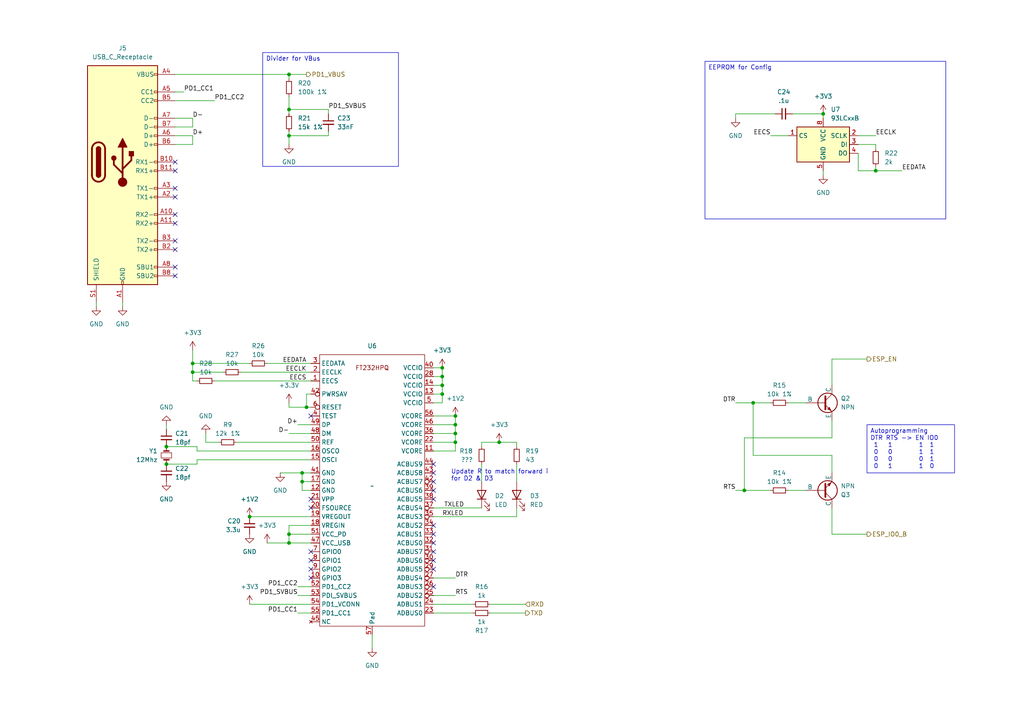
<source format=kicad_sch>
(kicad_sch (version 20230121) (generator eeschema)
  (paper "A4")
  (lib_symbols
    (symbol "Connector:USB_C_Receptacle" (pin_names (offset 1.016))
      (property "Reference" "J" (at -10.16 29.21 0))
      (property "Value" "USB_C_Receptacle" (at 10.16 29.21 0))
      (symbol "USB_C_Receptacle_0_0"
        (rectangle (start -0.254 -35.56) (end 0.254 -34.544))
        (rectangle (start 10.16 -32.766) (end 9.144 -33.274))
        (rectangle (start 10.16 -30.226) (end 9.144 -30.734))
        (rectangle (start 10.16 -25.146) (end 9.144 -25.654))
        (rectangle (start 10.16 -22.606) (end 9.144 -23.114))
        (rectangle (start 10.16 -17.526) (end 9.144 -18.034))
        (rectangle (start 10.16 -14.986) (end 9.144 -15.494))
        (rectangle (start 10.16 -9.906) (end 9.144 -10.414))
        (rectangle (start 10.16 -7.366) (end 9.144 -7.874))
        (rectangle (start 10.16 -2.286) (end 9.144 -2.794))
        (rectangle (start 10.16 0.254) (end 9.144 -0.254))
        (rectangle (start 10.16 5.334) (end 9.144 4.826))
        (rectangle (start 10.16 7.874) (end 9.144 7.366))
        (rectangle (start 10.16 10.414) (end 9.144 9.906))
        (rectangle (start 10.16 12.954) (end 9.144 12.446))
        (rectangle (start 10.16 18.034) (end 9.144 17.526))
        (rectangle (start 10.16 20.574) (end 9.144 20.066))
        (rectangle (start 10.16 25.654) (end 9.144 25.146))
      )
      (symbol "USB_C_Receptacle_0_1"
        (rectangle (start -10.16 27.94) (end 10.16 -35.56) (stroke (width 0.254)) (fill (type background)))
        (arc (start -8.89 -3.81) (mid -6.985 -5.7067) (end -5.08 -3.81) (stroke (width 0.508)))
        (arc (start -7.62 -3.81) (mid -6.985 -4.4423) (end -6.35 -3.81) (stroke (width 0.254)))
        (arc (start -7.62 -3.81) (mid -6.985 -4.4423) (end -6.35 -3.81) (stroke (width 0.254)) (fill (type outline)))
        (rectangle (start -7.62 -3.81) (end -6.35 3.81) (stroke (width 0.254)) (fill (type outline)))
        (arc (start -6.35 3.81) (mid -6.985 4.4423) (end -7.62 3.81) (stroke (width 0.254)))
        (arc (start -6.35 3.81) (mid -6.985 4.4423) (end -7.62 3.81) (stroke (width 0.254)) (fill (type outline)))
        (arc (start -5.08 3.81) (mid -6.985 5.7067) (end -8.89 3.81) (stroke (width 0.508)))
        (polyline (pts (xy -8.89 -3.81) (xy -8.89 3.81)) (stroke (width 0.508)))
        (polyline (pts (xy -5.08 3.81) (xy -5.08 -3.81)) (stroke (width 0.508)))
      )
      (symbol "USB_C_Receptacle_1_1"
        (circle (center -2.54 1.143) (radius 0.635) (stroke (width 0.254)) (fill (type outline)))
        (circle (center 0 -5.842) (radius 1.27) (fill (type outline)))
        (polyline (pts (xy 0 -5.842) (xy 0 4.318)) (stroke (width 0.508)))
        (polyline (pts (xy 0 -3.302) (xy -2.54 -0.762) (xy -2.54 0.508)) (stroke (width 0.508)))
        (polyline (pts (xy 0 -2.032) (xy 2.54 0.508) (xy 2.54 1.778)) (stroke (width 0.508)))
        (polyline (pts (xy -1.27 4.318) (xy 0 6.858) (xy 1.27 4.318) (xy -1.27 4.318)) (stroke (width 0.254)) (fill (type outline)))
        (rectangle (start 1.905 1.778) (end 3.175 3.048) (stroke (width 0.254)) (fill (type outline)))
        (pin passive line (at 0 -40.64 90) (length 5.08) (name "GND") (number "A1"))
        (pin bidirectional line (at 15.24 -15.24 180) (length 5.08) (name "RX2-") (number "A10"))
        (pin bidirectional line (at 15.24 -17.78 180) (length 5.08) (name "RX2+") (number "A11"))
        (pin passive line (at 0 -40.64 90) (length 5.08) hide (name "GND") (number "A12"))
        (pin bidirectional line (at 15.24 -10.16 180) (length 5.08) (name "TX1+") (number "A2"))
        (pin bidirectional line (at 15.24 -7.62 180) (length 5.08) (name "TX1-") (number "A3"))
        (pin passive line (at 15.24 25.4 180) (length 5.08) (name "VBUS") (number "A4"))
        (pin bidirectional line (at 15.24 20.32 180) (length 5.08) (name "CC1") (number "A5"))
        (pin bidirectional line (at 15.24 7.62 180) (length 5.08) (name "D+") (number "A6"))
        (pin bidirectional line (at 15.24 12.7 180) (length 5.08) (name "D-") (number "A7"))
        (pin bidirectional line (at 15.24 -30.48 180) (length 5.08) (name "SBU1") (number "A8"))
        (pin passive line (at 15.24 25.4 180) (length 5.08) hide (name "VBUS") (number "A9"))
        (pin passive line (at 0 -40.64 90) (length 5.08) hide (name "GND") (number "B1"))
        (pin bidirectional line (at 15.24 0 180) (length 5.08) (name "RX1-") (number "B10"))
        (pin bidirectional line (at 15.24 -2.54 180) (length 5.08) (name "RX1+") (number "B11"))
        (pin passive line (at 0 -40.64 90) (length 5.08) hide (name "GND") (number "B12"))
        (pin bidirectional line (at 15.24 -25.4 180) (length 5.08) (name "TX2+") (number "B2"))
        (pin bidirectional line (at 15.24 -22.86 180) (length 5.08) (name "TX2-") (number "B3"))
        (pin passive line (at 15.24 25.4 180) (length 5.08) hide (name "VBUS") (number "B4"))
        (pin bidirectional line (at 15.24 17.78 180) (length 5.08) (name "CC2") (number "B5"))
        (pin bidirectional line (at 15.24 5.08 180) (length 5.08) (name "D+") (number "B6"))
        (pin bidirectional line (at 15.24 10.16 180) (length 5.08) (name "D-") (number "B7"))
        (pin bidirectional line (at 15.24 -33.02 180) (length 5.08) (name "SBU2") (number "B8"))
        (pin passive line (at 15.24 25.4 180) (length 5.08) hide (name "VBUS") (number "B9"))
        (pin passive line (at -7.62 -40.64 90) (length 5.08) (name "SHIELD") (number "S1"))
      )
    )
    (symbol "Device:C_Small" (pin_numbers hide) (pin_names (offset 0.254) hide)
      (property "Reference" "C" (at 0.254 1.778 0))
      (property "Value" "C_Small" (at 0.254 -2.032 0))
      (symbol "C_Small_0_1"
        (polyline (pts (xy -1.524 -0.508) (xy 1.524 -0.508)) (stroke (width 0.3302)))
        (polyline (pts (xy -1.524 0.508) (xy 1.524 0.508)) (stroke (width 0.3048)))
      )
      (symbol "C_Small_1_1"
        (pin passive line (at 0 2.54 270) (length 2.032) (name "~") (number "1"))
        (pin passive line (at 0 -2.54 90) (length 2.032) (name "~") (number "2"))
      )
    )
    (symbol "Device:Crystal_Small" (pin_numbers hide) (pin_names (offset 1.016) hide)
      (property "Reference" "Y" (at 0 2.54 0))
      (property "Value" "Crystal_Small" (at 0 -2.54 0))
      (symbol "Crystal_Small_0_1"
        (rectangle (start -0.762 -1.524) (end 0.762 1.524))
        (polyline (pts (xy -1.27 -0.762) (xy -1.27 0.762)) (stroke (width 0.381)))
        (polyline (pts (xy 1.27 -0.762) (xy 1.27 0.762)) (stroke (width 0.381)))
      )
      (symbol "Crystal_Small_1_1"
        (pin passive line (at -2.54 0 0) (length 1.27) (name "1") (number "1"))
        (pin passive line (at 2.54 0 180) (length 1.27) (name "2") (number "2"))
      )
    )
    (symbol "Device:LED" (pin_numbers hide) (pin_names (offset 1.016) hide)
      (property "Reference" "D" (at 0 2.54 0))
      (property "Value" "LED" (at 0 -2.54 0))
      (symbol "LED_0_1"
        (polyline (pts (xy -1.27 -1.27) (xy -1.27 1.27)) (stroke (width 0.254)))
        (polyline (pts (xy -1.27 0) (xy 1.27 0)))
        (polyline (pts (xy 1.27 -1.27) (xy 1.27 1.27) (xy -1.27 0) (xy 1.27 -1.27)) (stroke (width 0.254)))
        (polyline (pts (xy -3.048 -0.762) (xy -4.572 -2.286) (xy -3.81 -2.286) (xy -4.572 -2.286) (xy -4.572 -1.524)))
        (polyline (pts (xy -1.778 -0.762) (xy -3.302 -2.286) (xy -2.54 -2.286) (xy -3.302 -2.286) (xy -3.302 -1.524)))
      )
      (symbol "LED_1_1"
        (pin passive line (at -3.81 0 0) (length 2.54) (name "K") (number "1"))
        (pin passive line (at 3.81 0 180) (length 2.54) (name "A") (number "2"))
      )
    )
    (symbol "Device:R_Small" (pin_numbers hide) (pin_names (offset 0.254) hide)
      (property "Reference" "R" (at 0.762 0.508 0))
      (property "Value" "R_Small" (at 0.762 -1.016 0))
      (symbol "R_Small_0_1"
        (rectangle (start -0.762 1.778) (end 0.762 -1.778) (stroke (width 0.2032)))
      )
      (symbol "R_Small_1_1"
        (pin passive line (at 0 2.54 270) (length 0.762) (name "~") (number "1"))
        (pin passive line (at 0 -2.54 90) (length 0.762) (name "~") (number "2"))
      )
    )
    (symbol "Memory_EEPROM:93LCxxB"
      (property "Reference" "U" (at -7.62 6.35 0))
      (property "Value" "93LCxxB" (at 2.54 -6.35 0))
      (symbol "93LCxxB_1_1"
        (rectangle (start -7.62 5.08) (end 7.62 -5.08) (stroke (width 0.254)) (fill (type background)))
        (pin input line (at -10.16 2.54 0) (length 2.54) (name "CS") (number "1"))
        (pin input line (at 10.16 2.54 180) (length 2.54) (name "SCLK") (number "2"))
        (pin input line (at 10.16 0 180) (length 2.54) (name "DI") (number "3"))
        (pin tri_state line (at 10.16 -2.54 180) (length 2.54) (name "DO") (number "4"))
        (pin power_in line (at 0 -7.62 90) (length 2.54) (name "GND") (number "5"))
        (pin no_connect line (at -7.62 0 0) (length 2.54) hide (name "NC") (number "6"))
        (pin no_connect line (at -7.62 -2.54 0) (length 2.54) hide (name "NC") (number "7"))
        (pin power_in line (at 0 7.62 270) (length 2.54) (name "VCC") (number "8"))
      )
    )
    (symbol "OSMI-parts:FT232HPQ"
      (property "Reference" "U" (at 0 1.27 0))
      (property "Order-Link" "https://www.digikey.com/en/products/detail/ftdi-future-technology-devices-international-ltd/FT232HPQ-TRAY/13981014" (at 0 -1.27 0))
      (symbol "FT232HPQ_1_1"
        (rectangle (start -15.24 39.37) (end 15.24 -39.37))
        (text "FT232HPQ" (at 0 35.56 0) (effects (font (size 1.27 1.27))))
        (pin tri_state line (at -17.78 31.75 0) (length 2.54) (name "EECS") (number "1"))
        (pin bidirectional line (at -17.78 -25.4 0) (length 2.54) (name "GPIO3") (number "10"))
        (pin power_in line (at 17.78 11.43 180) (length 2.54) (name "VCORE") (number "11"))
        (pin power_in line (at -17.78 0 0) (length 2.54) (name "GND") (number "12"))
        (pin power_in line (at 17.78 27.94 180) (length 2.54) (name "VCCIO") (number "13"))
        (pin power_in line (at 17.78 30.48 180) (length 2.54) (name "VCCIO") (number "14"))
        (pin input line (at -17.78 8.89 0) (length 2.54) (name "OSCI") (number "15"))
        (pin output line (at -17.78 11.43 0) (length 2.54) (name "OSCO") (number "16"))
        (pin power_in line (at -17.78 2.54 0) (length 2.54) (name "GND") (number "17"))
        (pin power_in line (at -17.78 -10.16 0) (length 2.54) (name "VREGIN") (number "18"))
        (pin power_out line (at -17.78 -7.62 0) (length 2.54) (name "VREGOUT") (number "19"))
        (pin output line (at -17.78 34.29 0) (length 2.54) (name "EECLK") (number "2"))
        (pin power_in line (at -17.78 -5.08 0) (length 2.54) (name "FSOURCE") (number "20"))
        (pin power_in line (at -17.78 -2.54 0) (length 2.54) (name "VPP") (number "21"))
        (pin power_in line (at 17.78 13.97 180) (length 2.54) (name "VCORE") (number "22"))
        (pin output line (at 17.78 -35.56 180) (length 2.54) (name "ADBUS0") (number "23"))
        (pin input line (at 17.78 -33.02 180) (length 2.54) (name "ADBUS1") (number "24"))
        (pin output inverted (at 17.78 -30.48 180) (length 2.54) (name "ADBUS2") (number "25"))
        (pin output inverted (at 17.78 -27.94 180) (length 2.54) (name "ADBUS3") (number "26"))
        (pin output inverted (at 17.78 -25.4 180) (length 2.54) (name "ADBUS4") (number "27"))
        (pin power_in line (at 17.78 33.02 180) (length 2.54) (name "VCCIO") (number "28"))
        (pin output inverted (at 17.78 -22.86 180) (length 2.54) (name "ADBUS5") (number "29"))
        (pin bidirectional line (at -17.78 36.83 0) (length 2.54) (name "EEDATA") (number "3"))
        (pin output inverted (at 17.78 -20.32 180) (length 2.54) (name "ADBUS6") (number "30"))
        (pin output inverted (at 17.78 -17.78 180) (length 2.54) (name "ADBUS7") (number "31"))
        (pin output line (at 17.78 -15.24 180) (length 2.54) (name "ACBUS0") (number "32"))
        (pin bidirectional line (at 17.78 -12.7 180) (length 2.54) (name "ACBUS1") (number "33"))
        (pin bidirectional line (at 17.78 -10.16 180) (length 2.54) (name "ACBUS2") (number "34"))
        (pin output inverted (at 17.78 -7.62 180) (length 2.54) (name "ACBUS3") (number "35"))
        (pin power_in line (at 17.78 16.51 180) (length 2.54) (name "VCORE") (number "36"))
        (pin output inverted (at 17.78 -5.08 180) (length 2.54) (name "ACBUS4") (number "37"))
        (pin bidirectional line (at 17.78 -2.54 180) (length 2.54) (name "ACBUS5") (number "38"))
        (pin bidirectional line (at 17.78 0 180) (length 2.54) (name "ACBUS6") (number "39"))
        (pin input line (at -17.78 21.59 0) (length 2.54) (name "TEST") (number "4"))
        (pin power_in line (at 17.78 35.56 180) (length 2.54) (name "VCCIO") (number "40"))
        (pin power_in line (at -17.78 5.08 0) (length 2.54) (name "GND") (number "41"))
        (pin bidirectional inverted (at 17.78 2.54 180) (length 2.54) (name "ACBUS7") (number "42"))
        (pin input inverted (at -17.78 27.94 0) (length 2.54) (name "PWRSAV") (number "42"))
        (pin bidirectional line (at 17.78 5.08 180) (length 2.54) (name "ACBUS8") (number "43"))
        (pin bidirectional line (at 17.78 7.62 180) (length 2.54) (name "ACBUS9") (number "44"))
        (pin no_connect line (at -17.78 -38.1 0) (length 2.54) (name "NC") (number "45"))
        (pin power_in line (at 17.78 19.05 180) (length 2.54) (name "VCORE") (number "46"))
        (pin power_in line (at -17.78 -15.24 0) (length 2.54) (name "VCC_USB") (number "47"))
        (pin bidirectional line (at -17.78 16.51 0) (length 2.54) (name "DM") (number "48"))
        (pin bidirectional line (at -17.78 19.05 0) (length 2.54) (name "DP") (number "49"))
        (pin power_in line (at 17.78 25.4 180) (length 2.54) (name "VCCIO") (number "5"))
        (pin input line (at -17.78 13.97 0) (length 2.54) (name "REF") (number "50"))
        (pin power_in line (at -17.78 -12.7 0) (length 2.54) (name "VCC_PD") (number "51"))
        (pin bidirectional line (at -17.78 -27.94 0) (length 2.54) (name "PD1_CC2") (number "52"))
        (pin input line (at -17.78 -30.48 0) (length 2.54) (name "PDI_SVBUS") (number "53"))
        (pin power_in line (at -17.78 -33.02 0) (length 2.54) (name "PD1_VCONN") (number "54"))
        (pin bidirectional line (at -17.78 -35.56 0) (length 2.54) (name "PD1_CC1") (number "55"))
        (pin power_in line (at 17.78 21.59 180) (length 2.54) (name "VCORE") (number "56"))
        (pin passive line (at 0 -41.91 90) (length 2.54) (name "Pad") (number "57"))
        (pin input inverted (at -17.78 24.13 0) (length 2.54) (name "RESET") (number "6"))
        (pin bidirectional line (at -17.78 -17.78 0) (length 2.54) (name "GPIO0") (number "7"))
        (pin bidirectional line (at -17.78 -20.32 0) (length 2.54) (name "GPIO1") (number "8"))
        (pin bidirectional line (at -17.78 -22.86 0) (length 2.54) (name "GPIO2") (number "9"))
      )
    )
    (symbol "Simulation_SPICE:NPN" (pin_numbers hide) (pin_names (offset 0))
      (property "Reference" "Q" (at -2.54 7.62 0))
      (property "Value" "NPN" (at -2.54 5.08 0))
      (symbol "NPN_0_1"
        (polyline (pts (xy -2.54 0) (xy 0.635 0)) (stroke (width 0.1524)))
        (polyline (pts (xy 0.635 0.635) (xy 2.54 2.54)))
        (polyline (pts (xy 2.794 -1.27) (xy 2.794 -1.27)) (stroke (width 0.1524)))
        (polyline (pts (xy 2.794 -1.27) (xy 2.794 -1.27)) (stroke (width 0.1524)))
        (polyline (pts (xy 0.635 -0.635) (xy 2.54 -2.54) (xy 2.54 -2.54)))
        (polyline (pts (xy 0.635 1.905) (xy 0.635 -1.905) (xy 0.635 -1.905)) (stroke (width 0.508)))
        (polyline (pts (xy 1.27 -1.778) (xy 1.778 -1.27) (xy 2.286 -2.286) (xy 1.27 -1.778) (xy 1.27 -1.778)) (fill (type outline)))
        (circle (center 1.27 0) (radius 2.8194) (stroke (width 0.254)))
      )
      (symbol "NPN_1_1"
        (pin open_collector line (at 2.54 5.08 270) (length 2.54) (name "C") (number "1"))
        (pin input line (at -5.08 0 0) (length 2.54) (name "B") (number "2"))
        (pin open_emitter line (at 2.54 -5.08 90) (length 2.54) (name "E") (number "3"))
      )
    )
    (symbol "power:+1V2" (power) (pin_names (offset 0))
      (property "Value" "+1V2" (at 0 3.556 0))
      (symbol "+1V2_0_1"
        (polyline (pts (xy -0.762 1.27) (xy 0 2.54)))
        (polyline (pts (xy 0 0) (xy 0 2.54)))
        (polyline (pts (xy 0 2.54) (xy 0.762 1.27)))
      )
      (symbol "+1V2_1_1"
        (pin power_in line (at 0 0 90) (length 0) hide (name "+1V2") (number "1"))
      )
    )
    (symbol "power:+3.3V" (power) (pin_names (offset 0))
      (property "Value" "+3.3V" (at 0 3.556 0))
      (symbol "+3.3V_0_1"
        (polyline (pts (xy -0.762 1.27) (xy 0 2.54)))
        (polyline (pts (xy 0 0) (xy 0 2.54)))
        (polyline (pts (xy 0 2.54) (xy 0.762 1.27)))
      )
      (symbol "+3.3V_1_1"
        (pin power_in line (at 0 0 90) (length 0) hide (name "+3.3V") (number "1"))
      )
    )
    (symbol "power:+3V3" (power) (pin_names (offset 0))
      (property "Value" "+3V3" (at 0 3.556 0))
      (symbol "+3V3_0_1"
        (polyline (pts (xy -0.762 1.27) (xy 0 2.54)))
        (polyline (pts (xy 0 0) (xy 0 2.54)))
        (polyline (pts (xy 0 2.54) (xy 0.762 1.27)))
      )
      (symbol "+3V3_1_1"
        (pin power_in line (at 0 0 90) (length 0) hide (name "+3V3") (number "1"))
      )
    )
    (symbol "power:GND" (power) (pin_names (offset 0))
      (property "Value" "GND" (at 0 -3.81 0))
      (symbol "GND_0_1"
        (polyline (pts (xy 0 0) (xy 0 -1.27) (xy 1.27 -1.27) (xy 0 -2.54) (xy -1.27 -1.27) (xy 0 -1.27)))
      )
      (symbol "GND_1_1"
        (pin power_in line (at 0 0 270) (length 0) hide (name "GND") (number "1"))
      )
    )
  )
  (junction (at 83.82 157.48))
  (junction (at 132.08 123.19))
  (junction (at 48.26 134.62))
  (junction (at 87.63 137.16))
  (junction (at 83.82 21.59))
  (junction (at 87.63 139.7))
  (junction (at 132.08 120.65))
  (junction (at 72.39 149.86))
  (junction (at 144.78 128.27))
  (junction (at 128.27 106.68))
  (junction (at 83.82 39.37))
  (junction (at 83.82 154.94))
  (junction (at 128.27 111.76))
  (junction (at 254 49.53))
  (junction (at 215.9 142.24))
  (junction (at 88.9 118.11))
  (junction (at 218.44 116.84))
  (junction (at 132.08 128.27))
  (junction (at 128.27 114.3))
  (junction (at 132.08 125.73))
  (junction (at 238.76 33.02))
  (junction (at 48.26 129.54))
  (junction (at 83.82 31.75))
  (junction (at 55.88 107.95))
  (junction (at 55.88 105.41))
  (junction (at 128.27 109.22))
  (no_connect (at 50.8 72.39))
  (no_connect (at 125.73 162.56))
  (no_connect (at 125.73 137.16))
  (no_connect (at 125.73 160.02))
  (no_connect (at 50.8 64.77))
  (no_connect (at 50.8 49.53))
  (no_connect (at 125.73 142.24))
  (no_connect (at 125.73 134.62))
  (no_connect (at 125.73 170.18))
  (no_connect (at 50.8 69.85))
  (no_connect (at 90.17 120.65))
  (no_connect (at 125.73 152.4))
  (no_connect (at 50.8 57.15))
  (no_connect (at 90.17 165.1))
  (no_connect (at 50.8 46.99))
  (no_connect (at 125.73 139.7))
  (no_connect (at 90.17 160.02))
  (no_connect (at 125.73 165.1))
  (no_connect (at 90.17 167.64))
  (no_connect (at 50.8 62.23))
  (no_connect (at 125.73 144.78))
  (no_connect (at 90.17 162.56))
  (no_connect (at 125.73 157.48))
  (no_connect (at 125.73 154.94))
  (no_connect (at 50.8 54.61))
  (no_connect (at 50.8 77.47))
  (no_connect (at 90.17 144.78))
  (no_connect (at 90.17 147.32))
  (no_connect (at 50.8 80.01))
  (wire (pts (xy 57.15 130.81) (xy 90.17 130.81)))
  (wire (pts (xy 125.73 177.8) (xy 137.16 177.8)))
  (wire (pts (xy 35.56 87.63) (xy 35.56 88.9)))
  (wire (pts (xy 57.15 129.54) (xy 57.15 130.81)))
  (wire (pts (xy 238.76 33.02) (xy 238.76 34.29)))
  (wire (pts (xy 128.27 116.84) (xy 128.27 114.3)))
  (wire (pts (xy 125.73 149.86) (xy 149.86 149.86)))
  (wire (pts (xy 83.82 21.59) (xy 83.82 22.86)))
  (wire (pts (xy 254 48.26) (xy 254 49.53)))
  (wire (pts (xy 128.27 109.22) (xy 128.27 106.68)))
  (wire (pts (xy 248.92 49.53) (xy 254 49.53)))
  (wire (pts (xy 81.28 137.16) (xy 87.63 137.16)))
  (wire (pts (xy 59.69 125.73) (xy 59.69 128.27)))
  (wire (pts (xy 128.27 106.68) (xy 125.73 106.68)))
  (wire (pts (xy 83.82 157.48) (xy 83.82 154.94)))
  (wire (pts (xy 248.92 39.37) (xy 254 39.37)))
  (wire (pts (xy 95.25 39.37) (xy 95.25 38.1)))
  (wire (pts (xy 139.7 128.27) (xy 144.78 128.27)))
  (wire (pts (xy 107.95 184.15) (xy 107.95 187.96)))
  (wire (pts (xy 125.73 123.19) (xy 132.08 123.19)))
  (wire (pts (xy 125.73 125.73) (xy 132.08 125.73)))
  (wire (pts (xy 132.08 130.81) (xy 125.73 130.81)))
  (wire (pts (xy 125.73 175.26) (xy 137.16 175.26)))
  (wire (pts (xy 125.73 114.3) (xy 128.27 114.3)))
  (wire (pts (xy 125.73 147.32) (xy 139.7 147.32)))
  (wire (pts (xy 88.9 118.11) (xy 90.17 118.11)))
  (wire (pts (xy 83.82 31.75) (xy 83.82 33.02)))
  (wire (pts (xy 59.69 128.27) (xy 63.5 128.27)))
  (wire (pts (xy 83.82 154.94) (xy 83.82 152.4)))
  (wire (pts (xy 72.39 105.41) (xy 55.88 105.41)))
  (wire (pts (xy 251.46 154.94) (xy 241.3 154.94)))
  (wire (pts (xy 254 49.53) (xy 261.62 49.53)))
  (wire (pts (xy 149.86 134.62) (xy 149.86 139.7)))
  (wire (pts (xy 248.92 49.53) (xy 248.92 44.45)))
  (wire (pts (xy 88.9 114.3) (xy 88.9 118.11)))
  (wire (pts (xy 228.6 39.37) (xy 223.52 39.37)))
  (wire (pts (xy 139.7 134.62) (xy 139.7 139.7)))
  (wire (pts (xy 55.88 34.29) (xy 50.8 34.29)))
  (wire (pts (xy 215.9 127) (xy 241.3 127)))
  (wire (pts (xy 128.27 111.76) (xy 128.27 109.22)))
  (wire (pts (xy 149.86 149.86) (xy 149.86 147.32)))
  (wire (pts (xy 83.82 154.94) (xy 90.17 154.94)))
  (wire (pts (xy 142.24 177.8) (xy 152.4 177.8)))
  (wire (pts (xy 77.47 157.48) (xy 83.82 157.48)))
  (wire (pts (xy 83.82 125.73) (xy 90.17 125.73)))
  (wire (pts (xy 50.8 36.83) (xy 55.88 36.83)))
  (wire (pts (xy 83.82 21.59) (xy 88.9 21.59)))
  (wire (pts (xy 50.8 29.21) (xy 62.23 29.21)))
  (wire (pts (xy 149.86 128.27) (xy 149.86 129.54)))
  (wire (pts (xy 77.47 105.41) (xy 90.17 105.41)))
  (wire (pts (xy 55.88 34.29) (xy 55.88 36.83)))
  (wire (pts (xy 87.63 139.7) (xy 87.63 142.24)))
  (wire (pts (xy 213.36 33.02) (xy 224.79 33.02)))
  (wire (pts (xy 55.88 107.95) (xy 64.77 107.95)))
  (wire (pts (xy 228.6 142.24) (xy 233.68 142.24)))
  (wire (pts (xy 50.8 41.91) (xy 55.88 41.91)))
  (wire (pts (xy 86.36 170.18) (xy 90.17 170.18)))
  (wire (pts (xy 144.78 128.27) (xy 149.86 128.27)))
  (wire (pts (xy 55.88 110.49) (xy 57.15 110.49)))
  (wire (pts (xy 241.3 132.08) (xy 218.44 132.08)))
  (wire (pts (xy 57.15 134.62) (xy 48.26 134.62)))
  (wire (pts (xy 83.82 39.37) (xy 83.82 38.1)))
  (wire (pts (xy 229.87 33.02) (xy 238.76 33.02)))
  (wire (pts (xy 87.63 139.7) (xy 90.17 139.7)))
  (wire (pts (xy 125.73 116.84) (xy 128.27 116.84)))
  (wire (pts (xy 241.3 111.76) (xy 241.3 104.14)))
  (wire (pts (xy 90.17 114.3) (xy 88.9 114.3)))
  (wire (pts (xy 48.26 123.19) (xy 48.26 124.46)))
  (wire (pts (xy 72.39 175.26) (xy 90.17 175.26)))
  (wire (pts (xy 68.58 128.27) (xy 90.17 128.27)))
  (wire (pts (xy 86.36 123.19) (xy 90.17 123.19)))
  (wire (pts (xy 55.88 101.6) (xy 55.88 105.41)))
  (wire (pts (xy 125.73 120.65) (xy 132.08 120.65)))
  (wire (pts (xy 213.36 116.84) (xy 218.44 116.84)))
  (wire (pts (xy 218.44 132.08) (xy 218.44 116.84)))
  (wire (pts (xy 83.82 118.11) (xy 88.9 118.11)))
  (wire (pts (xy 241.3 104.14) (xy 251.46 104.14)))
  (wire (pts (xy 125.73 128.27) (xy 132.08 128.27)))
  (wire (pts (xy 132.08 123.19) (xy 132.08 120.65)))
  (wire (pts (xy 87.63 142.24) (xy 90.17 142.24)))
  (wire (pts (xy 86.36 177.8) (xy 90.17 177.8)))
  (wire (pts (xy 55.88 39.37) (xy 50.8 39.37)))
  (wire (pts (xy 213.36 34.29) (xy 213.36 33.02)))
  (wire (pts (xy 238.76 49.53) (xy 238.76 50.8)))
  (wire (pts (xy 95.25 31.75) (xy 95.25 33.02)))
  (wire (pts (xy 55.88 105.41) (xy 55.88 107.95)))
  (wire (pts (xy 55.88 39.37) (xy 55.88 41.91)))
  (wire (pts (xy 241.3 137.16) (xy 241.3 132.08)))
  (wire (pts (xy 83.82 31.75) (xy 83.82 27.94)))
  (wire (pts (xy 254 43.18) (xy 254 41.91)))
  (wire (pts (xy 83.82 39.37) (xy 83.82 41.91)))
  (wire (pts (xy 83.82 39.37) (xy 95.25 39.37)))
  (wire (pts (xy 50.8 26.67) (xy 53.34 26.67)))
  (wire (pts (xy 83.82 116.84) (xy 83.82 118.11)))
  (wire (pts (xy 132.08 125.73) (xy 132.08 128.27)))
  (wire (pts (xy 228.6 116.84) (xy 233.68 116.84)))
  (wire (pts (xy 213.36 142.24) (xy 215.9 142.24)))
  (wire (pts (xy 215.9 127) (xy 215.9 142.24)))
  (wire (pts (xy 83.82 152.4) (xy 90.17 152.4)))
  (wire (pts (xy 125.73 167.64) (xy 132.08 167.64)))
  (wire (pts (xy 254 41.91) (xy 248.92 41.91)))
  (wire (pts (xy 241.3 154.94) (xy 241.3 147.32)))
  (wire (pts (xy 72.39 149.86) (xy 90.17 149.86)))
  (wire (pts (xy 87.63 137.16) (xy 90.17 137.16)))
  (wire (pts (xy 125.73 172.72) (xy 132.08 172.72)))
  (wire (pts (xy 87.63 137.16) (xy 87.63 139.7)))
  (wire (pts (xy 152.4 175.26) (xy 142.24 175.26)))
  (wire (pts (xy 86.36 172.72) (xy 90.17 172.72)))
  (wire (pts (xy 57.15 133.35) (xy 57.15 134.62)))
  (wire (pts (xy 27.94 88.9) (xy 27.94 87.63)))
  (wire (pts (xy 57.15 133.35) (xy 90.17 133.35)))
  (wire (pts (xy 90.17 157.48) (xy 83.82 157.48)))
  (wire (pts (xy 48.26 129.54) (xy 57.15 129.54)))
  (wire (pts (xy 128.27 114.3) (xy 128.27 111.76)))
  (wire (pts (xy 125.73 111.76) (xy 128.27 111.76)))
  (wire (pts (xy 55.88 107.95) (xy 55.88 110.49)))
  (wire (pts (xy 62.23 110.49) (xy 90.17 110.49)))
  (wire (pts (xy 132.08 128.27) (xy 132.08 130.81)))
  (wire (pts (xy 95.25 31.75) (xy 83.82 31.75)))
  (wire (pts (xy 132.08 123.19) (xy 132.08 125.73)))
  (wire (pts (xy 50.8 21.59) (xy 83.82 21.59)))
  (wire (pts (xy 241.3 121.92) (xy 241.3 127)))
  (wire (pts (xy 125.73 109.22) (xy 128.27 109.22)))
  (wire (pts (xy 215.9 142.24) (xy 223.52 142.24)))
  (wire (pts (xy 139.7 128.27) (xy 139.7 129.54)))
  (wire (pts (xy 218.44 116.84) (xy 223.52 116.84)))
  (wire (pts (xy 69.85 107.95) (xy 90.17 107.95)))
  (text_box "Autoprogramming\nDTR RTS -> EN IO0\n 1   1        1  1\n 0   0        1  1\n 0   0        0  1\n 0   1        1  0" (at 251.46 123.19 0) (size 25.4 13.97) (effects (font (size 1.27 1.27)) (justify left top)))
  (text_box "Divider for VBus\n" (at 76.2 15.24 0) (size 39.37 33.02) (effects (font (size 1.27 1.27)) (justify left top)))
  (text_box "EEPROM for Config\n" (at 204.47 17.78 0) (size 69.85 45.72) (effects (font (size 1.27 1.27)) (justify left top)))
  (text "Update R to match forward i\nfor D2 & D3" (at 130.81 139.7 0) (effects (font (size 1.27 1.27)) (justify left bottom)))
  (label "EECLK" (at 88.9 107.95 180))
  (label "PD1_CC1" (at 86.36 177.8 180))
  (label "DTR" (at 132.08 167.64 0))
  (label "TXLED" (at 134.62 147.32 180))
  (label "EECLK" (at 254 39.37 0))
  (label "RXLED" (at 128.27 149.86 0))
  (label "PD1_CC2" (at 86.36 170.18 180))
  (label "D+" (at 55.88 39.37 0))
  (label "PD1_SVBUS" (at 95.25 31.75 0))
  (label "EEDATA" (at 88.9 105.41 180))
  (label "EECS" (at 88.9 110.49 180))
  (label "EEDATA" (at 261.62 49.53 0))
  (label "RTS" (at 213.36 142.24 180))
  (label "EECS" (at 223.52 39.37 180))
  (label "PD1_SVBUS" (at 86.36 172.72 180))
  (label "PD1_CC2" (at 62.23 29.21 0))
  (label "D-" (at 83.82 125.73 180))
  (label "RTS" (at 132.08 172.72 0))
  (label "D-" (at 55.88 34.29 0))
  (label "D+" (at 86.36 123.19 180))
  (label "DTR" (at 213.36 116.84 180))
  (label "PD1_CC1" (at 53.34 26.67 0))
  (hierarchical_label "TXD" (shape output) (at 152.4 177.8 0))
  (hierarchical_label "ESP_IO0_B" (shape output) (at 251.46 154.94 0))
  (hierarchical_label "PD1_VBUS" (shape output) (at 88.9 21.59 0))
  (hierarchical_label "ESP_EN" (shape output) (at 251.46 104.14 0))
  (hierarchical_label "RXD" (shape input) (at 152.4 175.26 0))
  (symbol (lib_id "power:+3V3") (at 238.76 33.02 0) (unit 1)
    (property "Reference" "#PWR052" (effects hide))
    (property "Value" "+3V3" (at 238.76 27.94 0))
  )
  (symbol (lib_id "power:+3V3") (at 55.88 101.6 0) (unit 1)
    (property "Reference" "#PWR048" (effects hide))
    (property "Value" "+3V3" (at 55.88 96.52 0))
  )
  (symbol (lib_id "Device:C_Small") (at 48.26 127 0) (unit 1)
    (property "Reference" "C21" (at 50.8 125.7363 0) (effects (justify left)))
    (property "Value" "18pf" (at 50.8 128.2763 0) (effects (justify left)))
    (property "Footprint" "Capacitor_SMD:C_0603_1608Metric" (effects hide))
    (property "Cost" "$0.10" (effects hide))
    (property "Sim.Enable" "0" (effects hide))
    (property "Order-Link" "https://www.digikey.com/en/products/detail/walsin-technology-corporation/0603N180J500CT/9354991" (effects hide))
  )
  (symbol (lib_id "Device:R_Small") (at 74.93 105.41 90) (unit 1)
    (property "Reference" "R26" (at 74.93 100.33 90))
    (property "Value" "10k" (at 74.93 102.87 90))
    (property "Cost" "$0.10" (effects hide))
    (property "Sim.Enable" "0" (effects hide))
    (property "Order-Link" "https://www.digikey.com/en/products/detail/stackpole-electronics-inc/RMCF0603FT10K0/1761235" (effects hide))
  )
  (symbol (lib_id "Device:R_Small") (at 59.69 110.49 90) (unit 1)
    (property "Reference" "R28" (at 59.69 105.41 90))
    (property "Value" "10k" (at 59.69 107.95 90))
    (property "Cost" "$0.10" (effects hide))
    (property "Sim.Enable" "0" (effects hide))
    (property "Order-Link" "https://www.digikey.com/en/products/detail/stackpole-electronics-inc/RMCF0603FT10K0/1761235" (effects hide))
  )
  (symbol (lib_id "power:GND") (at 48.26 139.7 0) (unit 1)
    (property "Reference" "#PWR044" (effects hide))
    (property "Value" "GND" (at 48.26 144.78 0))
  )
  (symbol (lib_id "power:+3V3") (at 77.47 157.48 0) (unit 1)
    (property "Reference" "#PWR046" (effects hide))
    (property "Value" "+3V3" (at 77.47 152.4 0))
  )
  (symbol (lib_id "power:+3V3") (at 128.27 106.68 0) (unit 1)
    (property "Reference" "#PWR037" (effects hide))
    (property "Value" "+3V3" (at 128.27 101.6 0))
  )
  (symbol (lib_id "Device:C_Small") (at 95.25 35.56 0) (unit 1)
    (property "Reference" "C23" (at 97.79 34.2963 0) (effects (justify left)))
    (property "Value" "33nF" (at 97.79 36.8363 0) (effects (justify left)))
    (property "Footprint" "Capacitor_SMD:C_0603_1608Metric" (effects hide))
    (property "Cost" "$0.10" (effects hide))
    (property "Sim.Enable" "0" (effects hide))
    (property "Order-Link" "https://www.digikey.com/en/products/detail/samsung-electro-mechanics/CL10B333KB8NNNC/3887699" (effects hide))
  )
  (symbol (lib_id "Device:C_Small") (at 48.26 137.16 0) (unit 1)
    (property "Reference" "C22" (at 50.8 135.8963 0) (effects (justify left)))
    (property "Value" "18pf" (at 50.8 138.4363 0) (effects (justify left)))
    (property "Footprint" "Capacitor_SMD:C_0603_1608Metric" (effects hide))
    (property "Cost" "$0.10" (effects hide))
    (property "Sim.Enable" "0" (effects hide))
    (property "Order-Link" "https://www.digikey.com/en/products/detail/walsin-technology-corporation/0603N180J500CT/9354991" (effects hide))
  )
  (symbol (lib_id "Device:LED") (at 149.86 143.51 90) (unit 1)
    (property "Reference" "D3" (at 153.67 143.8275 90) (effects (justify right)))
    (property "Value" "RED" (at 153.67 146.3675 90) (effects (justify right)))
    (property "Footprint" "LED_SMD:LED_0201_0603Metric" (effects hide))
    (property "Sim.Enable" "0" (effects hide))
  )
  (symbol (lib_id "Device:R_Small") (at 139.7 177.8 90) (mirror x) (unit 1)
    (property "Reference" "R17" (at 139.7 182.88 90))
    (property "Value" "1k" (at 139.7 180.34 90))
    (property "Footprint" "Resistor_SMD:R_0603_1608Metric" (effects hide))
    (property "Cost" "$0.10" (effects hide))
    (property "Sim.Enable" "0" (effects hide))
    (property "Order-Link" "https://www.digikey.com/en/products/detail/stackpole-electronics-inc/RMCF0603FT1K00/1761077" (effects hide))
  )
  (symbol (lib_id "power:GND") (at 107.95 187.96 0) (unit 1)
    (property "Reference" "#PWR051" (effects hide))
    (property "Value" "GND" (at 107.95 193.04 0))
  )
  (symbol (lib_id "power:+3V3") (at 72.39 175.26 0) (unit 1)
    (property "Reference" "#PWR049" (effects hide))
    (property "Value" "+3V3" (at 72.39 170.18 0))
  )
  (symbol (lib_id "power:GND") (at 35.56 88.9 0) (unit 1)
    (property "Reference" "#PWR042" (effects hide))
    (property "Value" "GND" (at 35.56 93.98 0))
  )
  (symbol (lib_id "Device:R_Small") (at 83.82 35.56 0) (unit 1)
    (property "Reference" "R21" (at 86.36 34.29 0) (effects (justify left)))
    (property "Value" "15k 1%" (at 86.36 36.83 0) (effects (justify left)))
    (property "Cost" "$0.13" (effects hide))
    (property "Sim.Enable" "0" (effects hide))
    (property "Order-Link" "https://www.digikey.com/en/products/detail/panasonic-electronic-components/ERA-3AEB153V/1465882" (effects hide))
  )
  (symbol (lib_id "power:+3.3V") (at 83.82 116.84 0) (unit 1)
    (property "Reference" "#PWR014" (effects hide))
    (property "Value" "+3.3V" (at 83.82 111.76 0))
  )
  (symbol (lib_id "Device:R_Small") (at 254 45.72 180) (unit 1)
    (property "Reference" "R22" (at 256.54 44.45 0) (effects (justify right)))
    (property "Value" "2k" (at 256.54 46.99 0) (effects (justify right)))
    (property "Cost" "$0.10" (effects hide))
    (property "Sim.Enable" "0" (effects hide))
    (property "Order-Link" "https://www.digikey.com/en/products/detail/panasonic-electronic-components/ERJ-3EKF2001V/196183" (effects hide))
  )
  (symbol (lib_id "Device:R_Small") (at 149.86 132.08 0) (unit 1)
    (property "Reference" "R19" (at 152.4 130.81 0) (effects (justify left)))
    (property "Value" "43" (at 152.4 133.35 0) (effects (justify left)))
    (property "Footprint" "Resistor_SMD:R_0603_1608Metric" (effects hide))
    (property "Cost" "$0.10" (effects hide))
    (property "Sim.Enable" "0" (effects hide))
    (property "Order-Link" "https://www.digikey.com/en/products/detail/stackpole-electronics-inc/RMCF0603FT43R0/1714038" (effects hide))
  )
  (symbol (lib_id "Device:R_Small") (at 139.7 132.08 0) (unit 1)
    (property "Reference" "R18" (at 137.16 130.81 0) (effects (justify right)))
    (property "Value" "???" (at 137.16 133.35 0) (effects (justify right)))
    (property "Footprint" "Resistor_SMD:R_0603_1608Metric" (effects hide))
    (property "Cost" "0" (effects hide))
    (property "Sim.Enable" "0" (effects hide))
  )
  (symbol (lib_id "power:GND") (at 213.36 34.29 0) (unit 1)
    (property "Reference" "#PWR056" (effects hide))
    (property "Value" "GND" (at 213.36 39.37 0))
  )
  (symbol (lib_id "power:GND") (at 72.39 154.94 0) (unit 1)
    (property "Reference" "#PWR040" (effects hide))
    (property "Value" "GND" (at 72.39 160.02 0))
  )
  (symbol (lib_id "power:GND") (at 48.26 123.19 180) (unit 1)
    (property "Reference" "#PWR045" (effects hide))
    (property "Value" "GND" (at 48.26 118.11 0))
  )
  (symbol (lib_id "Memory_EEPROM:93LCxxB") (at 238.76 41.91 0) (unit 1)
    (property "Reference" "U7" (at 240.9541 31.75 0) (effects (justify left)))
    (property "Value" "93LCxxB" (at 240.9541 34.29 0) (effects (justify left)))
    (property "Footprint" "Package_SO:SOIC-8_3.9x4.9mm_P1.27mm" (effects hide))
    (property "Datasheet" "http://ww1.microchip.com/downloads/en/DeviceDoc/20001749K.pdf" (effects hide))
    (property "digikey_pn" "93LC66B-I/SN-ND" (effects hide))
    (property "cost" ".35" (effects hide))
    (property "Cost" "0" (effects hide))
    (property "Sim.Enable" "0" (effects hide))
  )
  (symbol (lib_id "power:GND") (at 81.28 137.16 0) (unit 1)
    (property "Reference" "#PWR015" (effects hide))
    (property "Value" "GND" (at 81.28 142.24 0))
  )
  (symbol (lib_id "power:GND") (at 83.82 41.91 0) (unit 1)
    (property "Reference" "#PWR050" (effects hide))
    (property "Value" "GND" (at 83.82 46.99 0))
  )
  (symbol (lib_id "power:GND") (at 27.94 88.9 0) (unit 1)
    (property "Reference" "#PWR07" (effects hide))
    (property "Value" "GND" (at 27.94 93.98 0))
  )
  (symbol (lib_id "Device:R_Small") (at 67.31 107.95 90) (unit 1)
    (property "Reference" "R27" (at 67.31 102.87 90))
    (property "Value" "10k" (at 67.31 105.41 90))
    (property "Cost" "$0.10" (effects hide))
    (property "Sim.Enable" "0" (effects hide))
    (property "Order-Link" "https://www.digikey.com/en/products/detail/stackpole-electronics-inc/RMCF0603FT10K0/1761235" (effects hide))
  )
  (symbol (lib_id "Device:C_Small") (at 72.39 152.4 0) (unit 1)
    (property "Reference" "C20" (at 69.85 151.13 0) (effects (justify right)))
    (property "Value" "3.3u" (at 69.85 153.67 0) (effects (justify right)))
    (property "Footprint" "Capacitor_SMD:C_0603_1608Metric" (effects hide))
    (property "Cost" "$0.27" (effects hide))
    (property "Sim.Enable" "0" (effects hide))
    (property "Order-Link" "https://www.digikey.com/en/products/detail/tdk-corporation/C1608X5R1C335K080AC/2732911" (effects hide))
  )
  (symbol (lib_id "Device:R_Small") (at 226.06 116.84 90) (unit 1)
    (property "Reference" "R15" (at 226.06 111.76 90))
    (property "Value" "10k 1%" (at 226.06 114.3 90))
    (property "Footprint" "Resistor_SMD:R_0603_1608Metric" (effects hide))
    (property "Cost" "$0.10" (effects hide))
    (property "Sim.Enable" "0" (effects hide))
    (property "Order-Link" "https://www.digikey.com/en/products/detail/stackpole-electronics-inc/RMCF0603FT10K0/1761235" (effects hide))
  )
  (symbol (lib_id "power:GND") (at 59.69 125.73 180) (unit 1)
    (property "Reference" "#PWR047" (effects hide))
    (property "Value" "GND" (at 59.69 120.65 0))
  )
  (symbol (lib_id "power:GND") (at 238.76 50.8 0) (unit 1)
    (property "Reference" "#PWR053" (effects hide))
    (property "Value" "GND" (at 238.76 55.88 0))
  )
  (symbol (lib_id "power:+1V2") (at 72.39 149.86 0) (unit 1)
    (property "Reference" "#PWR039" (effects hide))
    (property "Value" "+1V2" (at 72.39 144.78 0))
  )
  (symbol (lib_id "Device:R_Small") (at 226.06 142.24 90) (unit 1)
    (property "Reference" "R14" (at 226.06 137.16 90))
    (property "Value" "10k 1%" (at 226.06 139.7 90))
    (property "Footprint" "Resistor_SMD:R_0603_1608Metric" (effects hide))
    (property "Cost" "$0.10" (effects hide))
    (property "Sim.Enable" "0" (effects hide))
    (property "Order-Link" "https://www.digikey.com/en/products/detail/stackpole-electronics-inc/RMCF0603FT10K0/1761235" (effects hide))
  )
  (symbol (lib_id "Device:LED") (at 139.7 143.51 90) (unit 1)
    (property "Reference" "D2" (at 143.51 143.8275 90) (effects (justify right)))
    (property "Value" "LED" (at 143.51 146.3675 90) (effects (justify right)))
    (property "Footprint" "LED_SMD:LED_0603_1608Metric" (effects hide))
    (property "Sim.Enable" "0" (effects hide))
  )
  (symbol (lib_id "OSMI-parts:FT232HPQ") (at 107.95 142.24 0) (unit 1)
    (property "Reference" "U6" (at 107.95 100.33 0))
    (property "Value" "~" (at 107.95 140.97 0))
    (property "Footprint" "Package_DFN_QFN:QFN-56-1EP_8x8mm_P0.5mm_EP4.5x5.2mm_ThermalVias" (effects hide))
    (property "Datasheet" "https://mm.digikey.com/Volume0/opasdata/d220001/medias/docus/2615/FT23XHP.pdf" (effects hide))
    (property "Cost" "0" (effects hide))
    (property "Order-Link" "https://www.digikey.com/en/products/detail/ftdi-future-technology-devices-international-ltd/FT232HPQ-TRAY/13981014" (effects hide))
    (property "Sim.Enable" "0" (effects hide))
  )
  (symbol (lib_id "Device:Crystal_Small") (at 48.26 132.08 90) (mirror x) (unit 1)
    (property "Reference" "Y1" (at 45.72 130.81 90) (effects (justify left)))
    (property "Value" "12Mhz" (at 45.72 133.35 90) (effects (justify left)))
    (property "Cost" "0" (effects hide))
    (property "Sim.Enable" "0" (effects hide))
  )
  (symbol (lib_id "Simulation_SPICE:NPN") (at 238.76 116.84 0) (unit 1)
    (property "Reference" "Q2" (at 243.84 115.57 0) (effects (justify left)))
    (property "Value" "NPN" (at 243.84 118.11 0) (effects (justify left)))
    (property "Footprint" "Package_TO_SOT_SMD:SOT-23" (effects hide))
    (property "Sim.Device" "NPN" (effects hide))
    (property "Sim.Type" "GUMMELPOON" (effects hide))
    (property "Sim.Pins" "1=C 2=B 3=E" (effects hide))
    (property "order_link" "https://www.digikey.com/en/products/detail/nextgen-components/S8050/16602420" (effects hide))
    (property "digikey_pn" "3372-S8050TR-ND" (effects hide))
    (property "cost" ".068" (effects hide))
    (property "Cost" "0" (effects hide))
    (property "Sim.Enable" "0" (effects hide))
  )
  (symbol (lib_id "power:+1V2") (at 132.08 120.65 0) (unit 1)
    (property "Reference" "#PWR041" (effects hide))
    (property "Value" "+1V2" (at 132.08 115.57 0))
  )
  (symbol (lib_id "Simulation_SPICE:NPN") (at 238.76 142.24 0) (mirror x) (unit 1)
    (property "Reference" "Q3" (at 243.84 143.51 0) (effects (justify left)))
    (property "Value" "NPN" (at 243.84 140.97 0) (effects (justify left)))
    (property "Footprint" "Package_TO_SOT_SMD:SOT-23" (effects hide))
    (property "Sim.Device" "NPN" (effects hide))
    (property "Sim.Type" "GUMMELPOON" (effects hide))
    (property "Sim.Pins" "1=C 2=B 3=E" (effects hide))
    (property "order_link" "https://www.digikey.com/en/products/detail/nextgen-components/S8050/16602420" (effects hide))
    (property "digikey_pn" "3372-S8050TR-ND" (effects hide))
    (property "cost" ".068" (effects hide))
    (property "Cost" "0" (effects hide))
    (property "Sim.Enable" "0" (effects hide))
  )
  (symbol (lib_id "Connector:USB_C_Receptacle") (at 35.56 46.99 0) (unit 1)
    (property "Reference" "J5" (at 35.56 13.97 0))
    (property "Value" "USB_C_Receptacle" (at 35.56 16.51 0))
    (property "Footprint" "Connector_USB:USB_C_Receptacle_Molex_105450-0101" (effects hide))
    (property "Datasheet" "https://www.usb.org/sites/default/files/documents/usb_type-c.zip" (effects hide))
    (property "Cost" "0" (effects hide))
    (property "Sim.Enable" "0" (effects hide))
  )
  (symbol (lib_id "Device:R_Small") (at 139.7 175.26 90) (unit 1)
    (property "Reference" "R16" (at 139.7 170.18 90))
    (property "Value" "1k" (at 139.7 172.72 90))
    (property "Footprint" "Resistor_SMD:R_0603_1608Metric" (effects hide))
    (property "Cost" "$0.10" (effects hide))
    (property "Sim.Enable" "0" (effects hide))
    (property "Order-Link" "https://www.digikey.com/en/products/detail/stackpole-electronics-inc/RMCF0603FT1K00/1761077" (effects hide))
  )
  (symbol (lib_id "Device:R_Small") (at 83.82 25.4 0) (unit 1)
    (property "Reference" "R20" (at 86.36 24.13 0) (effects (justify left)))
    (property "Value" "100k 1%" (at 86.36 26.67 0) (effects (justify left)))
    (property "Cost" "$0.10" (effects hide))
    (property "Sim.Enable" "0" (effects hide))
    (property "Order-Link" "https://www.digikey.com/en/products/detail/stackpole-electronics-inc/RMCF0603FT100K/1761112" (effects hide))
  )
  (symbol (lib_id "Device:C_Small") (at 227.33 33.02 90) (unit 1)
    (property "Reference" "C24" (at 227.3363 26.67 90))
    (property "Value" ".1u" (at 227.3363 29.21 90))
    (property "Footprint" "Capacitor_SMD:C_0603_1608Metric" (effects hide))
    (property "Cost" "$0.10" (effects hide))
    (property "Sim.Enable" "0" (effects hide))
    (property "Order-Link" "https://www.digikey.com/en/products/detail/samsung-electro-mechanics/CL10B104KB8NNWC/3887593" (effects hide))
  )
  (symbol (lib_id "Device:R_Small") (at 66.04 128.27 270) (unit 1)
    (property "Reference" "R9" (at 66.04 123.19 90))
    (property "Value" "12k 1%" (at 66.04 125.73 90))
    (property "Footprint" "Resistor_SMD:R_0603_1608Metric" (effects hide))
    (property "Cost" "$0.10" (effects hide))
    (property "Sim.Enable" "0" (effects hide))
    (property "Order-Link" "https://www.digikey.com/en/products/detail/stackpole-electronics-inc/RMCF0603FT12K0/1761297" (effects hide))
  )
  (symbol (lib_id "power:+3V3") (at 144.78 128.27 0) (unit 1)
    (property "Reference" "#PWR038" (effects hide))
    (property "Value" "+3V3" (at 144.78 123.19 0))
  )
)
</source>
